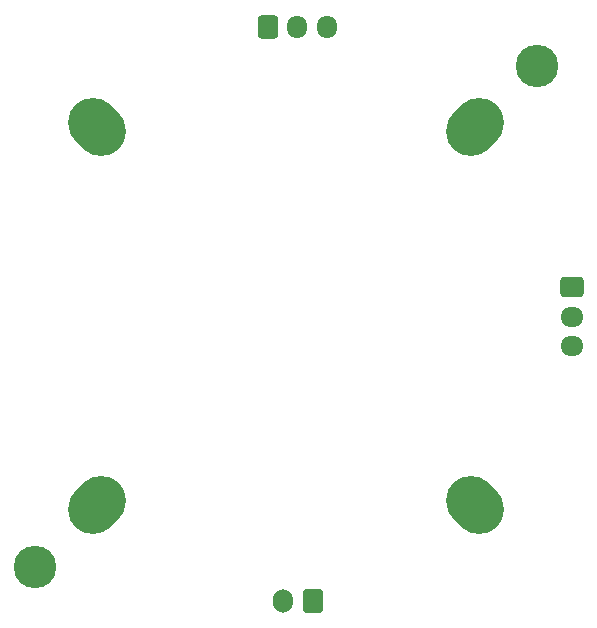
<source format=gbr>
%TF.GenerationSoftware,KiCad,Pcbnew,7.0.8*%
%TF.CreationDate,2023-11-11T10:49:39+01:00*%
%TF.ProjectId,Roborock-CPAP,526f626f-726f-4636-9b2d-435041502e6b,rev?*%
%TF.SameCoordinates,Original*%
%TF.FileFunction,Soldermask,Bot*%
%TF.FilePolarity,Negative*%
%FSLAX46Y46*%
G04 Gerber Fmt 4.6, Leading zero omitted, Abs format (unit mm)*
G04 Created by KiCad (PCBNEW 7.0.8) date 2023-11-11 10:49:39*
%MOMM*%
%LPD*%
G01*
G04 APERTURE LIST*
G04 Aperture macros list*
%AMRoundRect*
0 Rectangle with rounded corners*
0 $1 Rounding radius*
0 $2 $3 $4 $5 $6 $7 $8 $9 X,Y pos of 4 corners*
0 Add a 4 corners polygon primitive as box body*
4,1,4,$2,$3,$4,$5,$6,$7,$8,$9,$2,$3,0*
0 Add four circle primitives for the rounded corners*
1,1,$1+$1,$2,$3*
1,1,$1+$1,$4,$5*
1,1,$1+$1,$6,$7*
1,1,$1+$1,$8,$9*
0 Add four rect primitives between the rounded corners*
20,1,$1+$1,$2,$3,$4,$5,0*
20,1,$1+$1,$4,$5,$6,$7,0*
20,1,$1+$1,$6,$7,$8,$9,0*
20,1,$1+$1,$8,$9,$2,$3,0*%
%AMHorizOval*
0 Thick line with rounded ends*
0 $1 width*
0 $2 $3 position (X,Y) of the first rounded end (center of the circle)*
0 $4 $5 position (X,Y) of the second rounded end (center of the circle)*
0 Add line between two ends*
20,1,$1,$2,$3,$4,$5,0*
0 Add two circle primitives to create the rounded ends*
1,1,$1,$2,$3*
1,1,$1,$4,$5*%
G04 Aperture macros list end*
%ADD10C,3.600000*%
%ADD11RoundRect,0.250000X-0.725000X0.600000X-0.725000X-0.600000X0.725000X-0.600000X0.725000X0.600000X0*%
%ADD12O,1.950000X1.700000*%
%ADD13RoundRect,0.250000X-0.600000X-0.725000X0.600000X-0.725000X0.600000X0.725000X-0.600000X0.725000X0*%
%ADD14O,1.700000X1.950000*%
%ADD15HorizOval,4.200000X0.353553X0.353553X-0.353553X-0.353553X0*%
%ADD16RoundRect,0.250000X0.600000X0.750000X-0.600000X0.750000X-0.600000X-0.750000X0.600000X-0.750000X0*%
%ADD17O,1.700000X2.000000*%
%ADD18HorizOval,4.200000X0.353553X-0.353553X-0.353553X0.353553X0*%
%ADD19HorizOval,4.200000X-0.353553X-0.353553X0.353553X0.353553X0*%
G04 APERTURE END LIST*
D10*
%TO.C,H2*%
X132836798Y-116263203D03*
%TD*%
D11*
%TO.C,J2*%
X178225000Y-92600000D03*
D12*
X178225000Y-95100000D03*
X178225000Y-97600000D03*
%TD*%
D13*
%TO.C,J1*%
X152500000Y-70525000D03*
D14*
X155000000Y-70525000D03*
X157500000Y-70525000D03*
%TD*%
D15*
%TO.C,H12*%
X170050001Y-79050000D03*
%TD*%
D10*
%TO.C,H1*%
X175263204Y-73836797D03*
%TD*%
D16*
%TO.C,J3*%
X156300000Y-119175000D03*
D17*
X153800000Y-119175000D03*
%TD*%
D18*
%TO.C,H14*%
X170050001Y-111050000D03*
%TD*%
%TO.C,H11*%
X138050001Y-79050000D03*
%TD*%
D19*
%TO.C,H13*%
X138050001Y-111050000D03*
%TD*%
M02*

</source>
